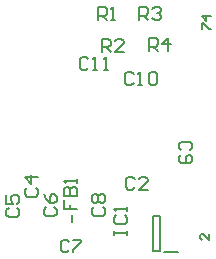
<source format=gbo>
G04*
G04 #@! TF.GenerationSoftware,Altium Limited,Altium Designer,22.7.1 (60)*
G04*
G04 Layer_Color=32896*
%FSLAX44Y44*%
%MOMM*%
G71*
G04*
G04 #@! TF.SameCoordinates,2F50B947-C67E-4D0A-9455-C6AB2E86B346*
G04*
G04*
G04 #@! TF.FilePolarity,Positive*
G04*
G01*
G75*
%ADD12C,0.2000*%
%ADD13C,0.1500*%
D12*
X232102Y69898D02*
Y75898D01*
X321830Y45000D02*
X310330D01*
X306830Y45250D02*
Y74750D01*
X300330D01*
Y45250D02*
Y74750D01*
X306830Y45250D02*
X300330D01*
X332056Y130887D02*
X333888Y132719D01*
Y136385D01*
X332056Y138218D01*
X324725D01*
X322892Y136385D01*
Y132719D01*
X324725Y130887D01*
Y127221D02*
X322892Y125388D01*
Y121723D01*
X324725Y119890D01*
X332056D01*
X333888Y121723D01*
Y125388D01*
X332056Y127221D01*
X330223D01*
X328390Y125388D01*
Y119890D01*
X246062Y208136D02*
X244229Y209968D01*
X240564D01*
X238731Y208136D01*
Y200805D01*
X240564Y198972D01*
X244229D01*
X246062Y200805D01*
X249728Y198972D02*
X253393D01*
X251560D01*
Y209968D01*
X249728Y208136D01*
X258891Y198972D02*
X262557D01*
X260724D01*
Y209968D01*
X258891Y208136D01*
X285177Y106746D02*
X283344Y108578D01*
X279679D01*
X277846Y106746D01*
Y99415D01*
X279679Y97582D01*
X283344D01*
X285177Y99415D01*
X296174Y97582D02*
X288843D01*
X296174Y104913D01*
Y106746D01*
X294341Y108578D01*
X290676D01*
X288843Y106746D01*
X194146Y99005D02*
X192314Y97172D01*
Y93507D01*
X194146Y91674D01*
X201478D01*
X203310Y93507D01*
Y97172D01*
X201478Y99005D01*
X203310Y108169D02*
X192314D01*
X197812Y102671D01*
Y110002D01*
X209895Y82495D02*
X208062Y80662D01*
Y76997D01*
X209895Y75164D01*
X217225D01*
X219058Y76997D01*
Y80662D01*
X217225Y82495D01*
X208062Y93492D02*
X209895Y89826D01*
X213560Y86161D01*
X217225D01*
X219058Y87993D01*
Y91659D01*
X217225Y93492D01*
X215393D01*
X213560Y91659D01*
Y86161D01*
X229674Y53370D02*
X228008Y55036D01*
X224676D01*
X223009Y53370D01*
Y46706D01*
X224676Y45040D01*
X228008D01*
X229674Y46706D01*
X233006Y55036D02*
X239671D01*
Y53370D01*
X233006Y46706D01*
Y45040D01*
X250788Y82749D02*
X248956Y80917D01*
Y77251D01*
X250788Y75418D01*
X258120D01*
X259952Y77251D01*
Y80917D01*
X258120Y82749D01*
X250788Y86415D02*
X248956Y88247D01*
Y91913D01*
X250788Y93746D01*
X252621D01*
X254454Y91913D01*
X256287Y93746D01*
X258120D01*
X259952Y91913D01*
Y88247D01*
X258120Y86415D01*
X256287D01*
X254454Y88247D01*
X252621Y86415D01*
X250788D01*
X254454Y88247D02*
Y91913D01*
X178398Y81733D02*
X176566Y79900D01*
Y76235D01*
X178398Y74402D01*
X185730D01*
X187562Y76235D01*
Y79900D01*
X185730Y81733D01*
X176566Y92730D02*
Y85399D01*
X182064D01*
X180231Y89064D01*
Y90897D01*
X182064Y92730D01*
X185730D01*
X187562Y90897D01*
Y87231D01*
X185730Y85399D01*
X284361Y195436D02*
X282529Y197268D01*
X278863D01*
X277030Y195436D01*
Y188104D01*
X278863Y186272D01*
X282529D01*
X284361Y188104D01*
X288027Y186272D02*
X291692D01*
X289860D01*
Y197268D01*
X288027Y195436D01*
X297191D02*
X299023Y197268D01*
X302689D01*
X304522Y195436D01*
Y188104D01*
X302689Y186272D01*
X299023D01*
X297191Y188104D01*
Y195436D01*
X254235Y240882D02*
Y251878D01*
X259733D01*
X261566Y250046D01*
Y246380D01*
X259733Y244547D01*
X254235D01*
X257901D02*
X261566Y240882D01*
X265231D02*
X268897D01*
X267064D01*
Y251878D01*
X265231Y250046D01*
X257482Y214212D02*
Y225208D01*
X262980D01*
X264813Y223375D01*
Y219710D01*
X262980Y217877D01*
X257482D01*
X261148D02*
X264813Y214212D01*
X275810D02*
X268479D01*
X275810Y221543D01*
Y223375D01*
X273977Y225208D01*
X270312D01*
X268479Y223375D01*
X289232Y241136D02*
Y252132D01*
X294730D01*
X296563Y250299D01*
Y246634D01*
X294730Y244801D01*
X289232D01*
X292898D02*
X296563Y241136D01*
X300229Y250299D02*
X302062Y252132D01*
X305727D01*
X307560Y250299D01*
Y248467D01*
X305727Y246634D01*
X303894D01*
X305727D01*
X307560Y244801D01*
Y242969D01*
X305727Y241136D01*
X302062D01*
X300229Y242969D01*
X297360Y214974D02*
Y225970D01*
X302859D01*
X304691Y224137D01*
Y220472D01*
X302859Y218639D01*
X297360D01*
X301026D02*
X304691Y214974D01*
X313855D02*
Y225970D01*
X308357Y220472D01*
X315688D01*
X267752Y59207D02*
Y62873D01*
Y61040D01*
X278748D01*
Y59207D01*
Y62873D01*
X269585Y75702D02*
X267752Y73869D01*
Y70204D01*
X269585Y68371D01*
X276915D01*
X278748Y70204D01*
Y73869D01*
X276915Y75702D01*
X278748Y79367D02*
Y83033D01*
Y81200D01*
X267752D01*
X269585Y79367D01*
X225334Y88482D02*
Y81151D01*
X230832D01*
Y84816D01*
Y81151D01*
X236330D01*
X225334Y92147D02*
X236330D01*
Y97646D01*
X234498Y99478D01*
X232665D01*
X230832Y97646D01*
Y92147D01*
Y97646D01*
X228999Y99478D01*
X227167D01*
X225334Y97646D01*
Y92147D01*
X236330Y103144D02*
Y106809D01*
Y104976D01*
X225334D01*
X227167Y103144D01*
D13*
X341931Y233184D02*
Y238182D01*
X343181D01*
X348179Y233184D01*
X349429D01*
Y244430D02*
X341931D01*
X345680Y240681D01*
Y245680D01*
X348434Y60116D02*
Y55118D01*
X343436Y60116D01*
X342186D01*
X340936Y58867D01*
Y56368D01*
X342186Y55118D01*
M02*

</source>
